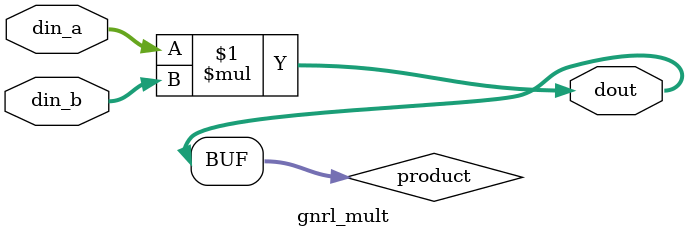
<source format=v>
`timescale 1ns / 1ps

module gnrl_mult
#(
	parameter INPUT_DATA_WIDTH 	= 8,
	parameter OUTPUT_DATA_WIDTH = 32,
	parameter FORCE_DSP48		= 0
)
(
	input  [INPUT_DATA_WIDTH-1:0]din_a,
	input  [INPUT_DATA_WIDTH-1:0]din_b,
	output [OUTPUT_DATA_WIDTH-1:0]dout
);

(*use_dsp48="yes"*) wire [OUTPUT_DATA_WIDTH-1:0]product_dsp48;
wire [OUTPUT_DATA_WIDTH-1:0]product;

generate
	if(FORCE_DSP48) begin
		assign product_dsp48 = din_a * din_b;
		assign dout = product_dsp48;
	end
	else begin
		assign product = din_a * din_b;
		assign dout = product;
	end
endgenerate

endmodule

</source>
